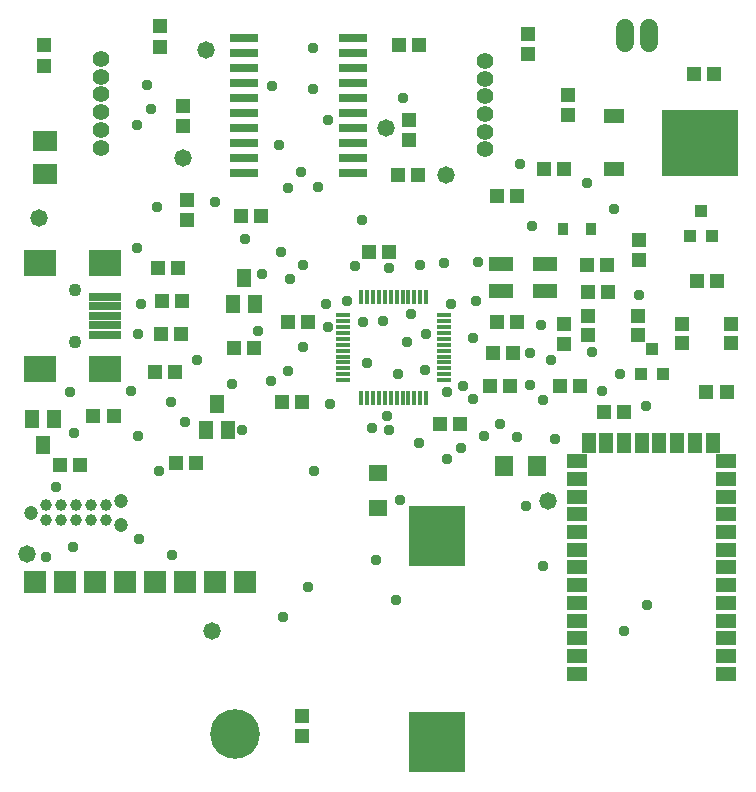
<source format=gbr>
G04 EAGLE Gerber RS-274X export*
G75*
%MOMM*%
%FSLAX34Y34*%
%LPD*%
%INSoldermask Top*%
%IPPOS*%
%AMOC8*
5,1,8,0,0,1.08239X$1,22.5*%
G01*
%ADD10R,1.203200X1.203200*%
%ADD11R,1.303200X1.203200*%
%ADD12R,1.203200X1.303200*%
%ADD13R,1.603200X1.803200*%
%ADD14C,1.411200*%
%ADD15R,2.006200X1.803200*%
%ADD16R,1.603200X1.403200*%
%ADD17R,0.833200X1.033200*%
%ADD18R,6.403200X5.603200*%
%ADD19R,1.803200X1.203200*%
%ADD20R,1.003200X1.103200*%
%ADD21R,2.403200X0.803200*%
%ADD22C,1.511200*%
%ADD23R,2.103200X1.303200*%
%ADD24R,1.203200X1.603200*%
%ADD25R,4.703200X5.203200*%
%ADD26R,1.703200X1.203200*%
%ADD27R,1.203200X1.703200*%
%ADD28R,1.981200X1.981200*%
%ADD29C,4.203200*%
%ADD30R,0.457200X1.203200*%
%ADD31R,1.203200X0.457200*%
%ADD32R,2.703200X0.703200*%
%ADD33R,2.703200X2.203200*%
%ADD34C,1.103200*%
%ADD35C,0.990600*%
%ADD36C,1.203200*%
%ADD37C,1.473200*%
%ADD38C,0.959600*%


D10*
X632700Y400600D03*
X632700Y384600D03*
X590700Y400600D03*
X590700Y384600D03*
D11*
X600777Y612074D03*
X617777Y612074D03*
D12*
X460777Y646074D03*
X460777Y629074D03*
X168177Y585574D03*
X168177Y568574D03*
D13*
X440077Y280074D03*
X468077Y280074D03*
D12*
X360077Y573574D03*
X360077Y556574D03*
X148977Y652574D03*
X148977Y635574D03*
D11*
X367777Y636574D03*
X350777Y636574D03*
X490677Y531574D03*
X473677Y531574D03*
D12*
X494426Y577577D03*
X494426Y594577D03*
X50426Y619477D03*
X50426Y636477D03*
X171426Y505377D03*
X171426Y488377D03*
D14*
X424103Y548423D03*
X424103Y563423D03*
X424103Y578423D03*
X424103Y593423D03*
X424103Y608423D03*
X424103Y623423D03*
X98726Y550032D03*
X98726Y565032D03*
X98726Y580032D03*
X98726Y595032D03*
X98726Y610032D03*
X98726Y625032D03*
D15*
X51126Y555797D03*
X51126Y527357D03*
D16*
X333477Y274774D03*
X333477Y244774D03*
D17*
X490377Y481074D03*
X513377Y481074D03*
D18*
X606238Y554293D03*
D19*
X533238Y577093D03*
X533238Y531493D03*
D20*
X565277Y379074D03*
X574777Y358074D03*
X555777Y358074D03*
X607077Y496074D03*
X616577Y475074D03*
X597577Y475074D03*
D21*
X220164Y630431D03*
X312164Y554231D03*
X220164Y643131D03*
X220164Y617731D03*
X220164Y605031D03*
X312164Y566931D03*
X312164Y541531D03*
X312164Y528831D03*
X220164Y579631D03*
X220164Y541531D03*
X220164Y592331D03*
X220164Y566931D03*
X220164Y528831D03*
X220164Y554231D03*
X312164Y579631D03*
X312164Y592331D03*
X312164Y605031D03*
X312164Y617731D03*
X312164Y630431D03*
X312164Y643131D03*
D12*
X554777Y472074D03*
X554777Y455074D03*
D22*
X562550Y638532D02*
X562550Y651612D01*
X542550Y651612D02*
X542550Y638532D01*
D23*
X437900Y428500D03*
X474900Y451500D03*
X437900Y451500D03*
X474900Y428500D03*
D24*
X219900Y439300D03*
X229400Y417300D03*
X210400Y417300D03*
X197277Y332774D03*
X206777Y310774D03*
X187777Y310774D03*
D11*
X433926Y508677D03*
X450926Y508677D03*
X350077Y526574D03*
X367077Y526574D03*
X268977Y334574D03*
X251977Y334574D03*
D12*
X269377Y52074D03*
X269377Y69074D03*
D10*
X553200Y407600D03*
X553200Y391600D03*
X511200Y407600D03*
X511200Y391600D03*
D25*
X383556Y221403D03*
X383556Y46403D03*
D26*
X627700Y104596D03*
X627700Y119596D03*
X627700Y134596D03*
X627700Y149596D03*
X627700Y164596D03*
X627700Y179596D03*
X627700Y194596D03*
X627700Y209596D03*
X627700Y224596D03*
X627700Y239596D03*
X627700Y254596D03*
X627700Y269596D03*
X627700Y284596D03*
D27*
X616700Y299596D03*
X601700Y299596D03*
X586700Y299596D03*
X571700Y299596D03*
X556700Y299596D03*
X541700Y299596D03*
X526700Y299596D03*
X511700Y299596D03*
D26*
X501700Y104596D03*
X501700Y119596D03*
X501700Y134596D03*
X501700Y149596D03*
X501700Y164596D03*
X501700Y179596D03*
X501700Y194596D03*
X501700Y209596D03*
X501700Y224596D03*
X501700Y239596D03*
X501700Y254596D03*
X501700Y269596D03*
X501700Y284596D03*
D28*
X42700Y182400D03*
X68100Y182400D03*
X93500Y182400D03*
X118900Y182400D03*
X144300Y182400D03*
X169700Y182400D03*
X195100Y182400D03*
X220500Y182400D03*
D29*
X212700Y53400D03*
D30*
X374200Y423100D03*
X369200Y423100D03*
X364200Y423100D03*
X359200Y423100D03*
X354200Y423100D03*
X349200Y423100D03*
X344200Y423100D03*
X339200Y423100D03*
X334200Y423100D03*
X329200Y423100D03*
X324200Y423100D03*
X319200Y423100D03*
D31*
X304200Y408100D03*
X304200Y403100D03*
X304200Y398100D03*
X304200Y393100D03*
X304200Y388100D03*
X304200Y383100D03*
X304200Y378100D03*
X304200Y373100D03*
X304200Y368100D03*
X304200Y363100D03*
X304200Y358100D03*
X304200Y353100D03*
D30*
X319200Y338100D03*
X324200Y338100D03*
X329200Y338100D03*
X334200Y338100D03*
X339200Y338100D03*
X344200Y338100D03*
X349200Y338100D03*
X354200Y338100D03*
X359200Y338100D03*
X364200Y338100D03*
X369200Y338100D03*
X374200Y338100D03*
D31*
X389200Y353100D03*
X389200Y358100D03*
X389200Y363100D03*
X389200Y368100D03*
X389200Y373100D03*
X389200Y378100D03*
X389200Y383100D03*
X389200Y388100D03*
X389200Y393100D03*
X389200Y398100D03*
X389200Y403100D03*
X389200Y408100D03*
D32*
X102200Y407600D03*
X102200Y415600D03*
X102200Y391600D03*
X102200Y399600D03*
D33*
X47200Y362600D03*
X47200Y452600D03*
X102200Y362600D03*
X102200Y452600D03*
D32*
X102200Y423600D03*
D34*
X77200Y429600D03*
X77200Y385600D03*
D35*
X52700Y247350D03*
X65400Y247350D03*
X78100Y247350D03*
X78100Y234650D03*
X65400Y234650D03*
X52700Y234650D03*
X90800Y247350D03*
X103500Y247350D03*
X90800Y234650D03*
X103500Y234650D03*
D36*
X40000Y241000D03*
X116200Y230840D03*
X116200Y251160D03*
D24*
X50000Y298000D03*
X40500Y320000D03*
X59500Y320000D03*
D37*
X36000Y206000D03*
X477000Y251000D03*
X391000Y527000D03*
X188000Y633000D03*
X193000Y141000D03*
X340000Y567000D03*
X168000Y541000D03*
X46000Y490000D03*
D11*
X511500Y428000D03*
X528500Y428000D03*
X510500Y451000D03*
X527500Y451000D03*
X144500Y360000D03*
X161500Y360000D03*
X164500Y448000D03*
X147500Y448000D03*
X524500Y326000D03*
X541500Y326000D03*
X620500Y437000D03*
X603500Y437000D03*
X434500Y402000D03*
X451500Y402000D03*
X385500Y316000D03*
X402500Y316000D03*
X430500Y376000D03*
X447500Y376000D03*
X325500Y462000D03*
X342500Y462000D03*
X257500Y402000D03*
X274500Y402000D03*
X628500Y343000D03*
X611500Y343000D03*
X445500Y348000D03*
X428500Y348000D03*
X166500Y392000D03*
X149500Y392000D03*
X167500Y420000D03*
X150500Y420000D03*
X217500Y492000D03*
X234500Y492000D03*
X211500Y380000D03*
X228500Y380000D03*
X64500Y281000D03*
X81500Y281000D03*
X162500Y283000D03*
X179500Y283000D03*
X109500Y323000D03*
X92500Y323000D03*
X504500Y348000D03*
X487500Y348000D03*
D12*
X491000Y383500D03*
X491000Y400500D03*
D38*
X146500Y499500D03*
X195000Y504000D03*
X454000Y536000D03*
X291000Y573000D03*
X355000Y592000D03*
X464000Y484000D03*
X533000Y498000D03*
X483000Y303000D03*
X510000Y520000D03*
X341000Y323000D03*
X332000Y201000D03*
X473500Y195500D03*
X561000Y163000D03*
X342878Y311296D03*
X352000Y252000D03*
X458500Y246500D03*
X542000Y141000D03*
X324000Y368000D03*
X293000Y333000D03*
X257000Y516000D03*
X389000Y452000D03*
X278500Y599500D03*
X291000Y398000D03*
X283000Y517000D03*
X369000Y451000D03*
X138000Y603000D03*
X141000Y583000D03*
X251678Y462000D03*
X314000Y450000D03*
X343000Y448000D03*
X358000Y385000D03*
X418000Y453000D03*
X243000Y352000D03*
X414000Y337000D03*
X350000Y358000D03*
X368000Y300000D03*
X274000Y178000D03*
X259000Y439000D03*
X243678Y602000D03*
X270000Y451000D03*
X250000Y552000D03*
X289000Y418000D03*
X268000Y529000D03*
X307000Y420000D03*
X278000Y634000D03*
X328000Y312322D03*
X253000Y153000D03*
X129000Y569000D03*
X52000Y203000D03*
X218000Y311000D03*
X73000Y343000D03*
X133000Y418000D03*
X76000Y308000D03*
X130000Y392000D03*
X170000Y318000D03*
X130000Y306000D03*
X235000Y443000D03*
X320000Y489000D03*
X374000Y392000D03*
X221000Y473000D03*
X129000Y465000D03*
X270000Y381000D03*
X232000Y395000D03*
X75000Y212000D03*
X131000Y219000D03*
X560000Y331000D03*
X538000Y358000D03*
X423000Y306000D03*
X451000Y305000D03*
X554000Y425000D03*
X124000Y344000D03*
X158000Y335000D03*
X349000Y167000D03*
X462000Y349000D03*
X414000Y389000D03*
X462000Y376000D03*
X471000Y400000D03*
X361000Y409000D03*
X395000Y418000D03*
X338000Y403000D03*
X416000Y420000D03*
X61000Y263000D03*
X515000Y377000D03*
X523000Y344000D03*
X320500Y402500D03*
X437000Y316000D03*
X159000Y205000D03*
X257000Y361000D03*
X279000Y276000D03*
X210000Y350000D03*
X180000Y370000D03*
X480000Y370000D03*
X473000Y336000D03*
X404000Y296000D03*
X405500Y348500D03*
X148000Y276000D03*
X373000Y362000D03*
X392000Y286000D03*
X392000Y343000D03*
M02*

</source>
